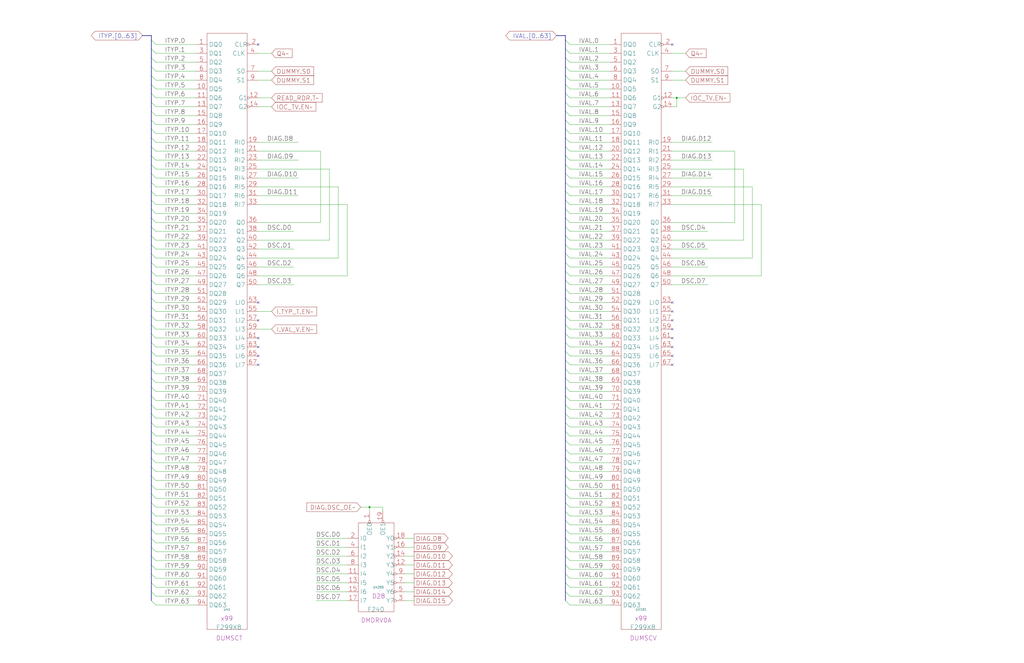
<source format=kicad_sch>
(kicad_sch (version 20230121) (generator eeschema)
  (paper "User" 584.2 378.46)
  (title_block (title "DUMMY RDR\\nTYPE") (date "22-SEP-90") (rev "2.0") (comment 1 "IOC") (comment 2 "232-003061") (comment 3 "S400") (comment 4 "RELEASED"))
  (lib_symbols
    (symbol "r1000:F240" (pin_names (offset 1.016))
      (property "Reference" "U" (at 2.54 5.08 0))
      (property "Value" "F240" (at -3.81 -7.62 0))
      (property "Location" "___" (at -1.27 0 0))
      (property "Name" "______" (at 1.27 -15.24 0))
      (symbol "F240_1_1"
        (rectangle (start -8.89 41.91) (end 11.43 -8.89))
        (circle (center -2.54 42.545) (radius 0.635))
        (circle (center 5.08 42.545) (radius 0.635))
        (circle (center 12.065 -2.54) (radius 0.635))
        (circle (center 12.065 2.54) (radius 0.635))
        (circle (center 12.065 7.62) (radius 0.635))
        (circle (center 12.065 12.7) (radius 0.635))
        (circle (center 12.065 17.78) (radius 0.635))
        (circle (center 12.065 22.86) (radius 0.635))
        (circle (center 12.065 27.94) (radius 0.635))
        (circle (center 12.065 33.02) (radius 0.635))
        (pin input line (at -2.54 48.26 270) (length 5.08) (name "OE0") (number "1"))
        (pin input line (at -15.24 12.7 0) (length 6.35) (name "I4") (number "11"))
        (pin tri_state line (at 17.78 17.78 180) (length 5.08) (name "Y3") (number "12"))
        (pin input line (at -15.24 7.62 0) (length 6.35) (name "I5") (number "13"))
        (pin tri_state line (at 17.78 22.86 180) (length 5.08) (name "Y2") (number "14"))
        (pin input line (at -15.24 2.54 0) (length 6.35) (name "I6") (number "15"))
        (pin tri_state line (at 17.78 27.94 180) (length 5.08) (name "Y1") (number "16"))
        (pin input line (at -15.24 -2.54 0) (length 6.35) (name "I7") (number "17"))
        (pin tri_state line (at 17.78 33.02 180) (length 5.08) (name "Y0") (number "18"))
        (pin input line (at 5.08 48.26 270) (length 5.08) (name "OE1") (number "19"))
        (pin input line (at -15.24 33.02 0) (length 6.35) (name "I0") (number "2"))
        (pin tri_state line (at 17.78 -2.54 180) (length 5.08) (name "Y7") (number "3"))
        (pin input line (at -15.24 27.94 0) (length 6.35) (name "I1") (number "4"))
        (pin tri_state line (at 17.78 2.54 180) (length 5.08) (name "Y6") (number "5"))
        (pin input line (at -15.24 22.86 0) (length 6.35) (name "I2") (number "6"))
        (pin tri_state line (at 17.78 7.62 180) (length 5.08) (name "Y5") (number "7"))
        (pin input line (at -15.24 17.78 0) (length 6.35) (name "I3") (number "8"))
        (pin tri_state line (at 17.78 12.7 180) (length 5.08) (name "Y4") (number "9"))
      )
    )
    (symbol "r1000:F299X8" (pin_names (offset 1.016))
      (property "Reference" "U" (at 2.54 5.08 0))
      (property "Value" "F299X8" (at -3.81 -5.08 0))
      (property "Location" "___" (at -1.27 0 0))
      (property "Name" "______" (at 3.81 -12.7 0))
      (symbol "F299X8_1_1"
        (rectangle (start -8.89 334.01) (end 13.97 -6.35))
        (circle (center 14.605 292.1) (radius 0.635))
        (circle (center 14.605 297.18) (radius 0.635))
        (circle (center 14.605 327.66) (radius 0.635))
        (pin bidirectional line (at -15.24 327.66 0) (length 6.35) (name "DQ0") (number "1"))
        (pin bidirectional line (at -15.24 302.26 0) (length 6.35) (name "DQ5") (number "10"))
        (pin bidirectional line (at -15.24 297.18 0) (length 6.35) (name "DQ6") (number "11"))
        (pin input line (at 20.32 297.18 180) (length 5.08) (name "G1") (number "12"))
        (pin bidirectional line (at -15.24 292.1 0) (length 6.35) (name "DQ7") (number "13"))
        (pin input line (at 20.32 292.1 180) (length 5.08) (name "G2") (number "14"))
        (pin bidirectional line (at -15.24 287.02 0) (length 6.35) (name "DQ8") (number "15"))
        (pin bidirectional line (at -15.24 281.94 0) (length 6.35) (name "DQ9") (number "16"))
        (pin bidirectional line (at -15.24 276.86 0) (length 6.35) (name "DQ10") (number "17"))
        (pin bidirectional line (at -15.24 271.78 0) (length 6.35) (name "DQ11") (number "18"))
        (pin input line (at 20.32 271.78 180) (length 6.35) (name "RI0") (number "19"))
        (pin input line (at 20.32 327.66 180) (length 5.08) (name "CLR") (number "2"))
        (pin bidirectional line (at -15.24 266.7 0) (length 6.35) (name "DQ12") (number "20"))
        (pin input line (at 20.32 266.7 180) (length 6.35) (name "RI1") (number "21"))
        (pin bidirectional line (at -15.24 261.62 0) (length 6.35) (name "DQ13") (number "22"))
        (pin input line (at 20.32 261.62 180) (length 6.35) (name "RI2") (number "23"))
        (pin bidirectional line (at -15.24 256.54 0) (length 6.35) (name "DQ14") (number "24"))
        (pin input line (at 20.32 256.54 180) (length 6.35) (name "RI3") (number "25"))
        (pin bidirectional line (at -15.24 251.46 0) (length 6.35) (name "DQ15") (number "26"))
        (pin input line (at 20.32 251.46 180) (length 6.35) (name "RI4") (number "27"))
        (pin bidirectional line (at -15.24 246.38 0) (length 6.35) (name "DQ16") (number "28"))
        (pin input line (at 20.32 246.38 180) (length 6.35) (name "RI5") (number "29"))
        (pin bidirectional line (at -15.24 322.58 0) (length 6.35) (name "DQ1") (number "3"))
        (pin bidirectional line (at -15.24 241.3 0) (length 6.35) (name "DQ17") (number "30"))
        (pin input line (at 20.32 241.3 180) (length 6.35) (name "RI6") (number "31"))
        (pin bidirectional line (at -15.24 236.22 0) (length 6.35) (name "DQ18") (number "32"))
        (pin input line (at 20.32 236.22 180) (length 6.35) (name "RI7") (number "33"))
        (pin bidirectional line (at -15.24 231.14 0) (length 6.35) (name "DQ19") (number "34"))
        (pin bidirectional line (at -15.24 226.06 0) (length 6.35) (name "DQ20") (number "35"))
        (pin output line (at 20.32 226.06 180) (length 6.35) (name "Q0") (number "36"))
        (pin bidirectional line (at -15.24 220.98 0) (length 6.35) (name "DQ21") (number "37"))
        (pin output line (at 20.32 220.98 180) (length 6.35) (name "Q1") (number "38"))
        (pin bidirectional line (at -15.24 215.9 0) (length 6.35) (name "DQ22") (number "39"))
        (pin input line (at 20.32 322.58 180) (length 6.35) (name "CLK") (number "4"))
        (pin output line (at 20.32 215.9 180) (length 6.35) (name "Q2") (number "40"))
        (pin bidirectional line (at -15.24 210.82 0) (length 6.35) (name "DQ23") (number "41"))
        (pin output line (at 20.32 210.82 180) (length 6.35) (name "Q3") (number "42"))
        (pin bidirectional line (at -15.24 205.74 0) (length 6.35) (name "DQ24") (number "43"))
        (pin output line (at 20.32 205.74 180) (length 6.35) (name "Q4") (number "44"))
        (pin bidirectional line (at -15.24 200.66 0) (length 6.35) (name "DQ25") (number "45"))
        (pin output line (at 20.32 200.66 180) (length 6.35) (name "Q5") (number "46"))
        (pin bidirectional line (at -15.24 195.58 0) (length 6.35) (name "DQ26") (number "47"))
        (pin output line (at 20.32 195.58 180) (length 6.35) (name "Q6") (number "48"))
        (pin bidirectional line (at -15.24 190.5 0) (length 6.35) (name "DQ27") (number "49"))
        (pin bidirectional line (at -15.24 317.5 0) (length 6.35) (name "DQ2") (number "5"))
        (pin output line (at 20.32 190.5 180) (length 6.35) (name "Q7") (number "50"))
        (pin bidirectional line (at -15.24 185.42 0) (length 6.35) (name "DQ28") (number "51"))
        (pin bidirectional line (at -15.24 180.34 0) (length 6.35) (name "DQ29") (number "52"))
        (pin input line (at 20.32 180.34 180) (length 6.35) (name "LI0") (number "53"))
        (pin bidirectional line (at -15.24 175.26 0) (length 6.35) (name "DQ30") (number "54"))
        (pin input line (at 20.32 175.26 180) (length 6.35) (name "LI1") (number "55"))
        (pin bidirectional line (at -15.24 170.18 0) (length 6.35) (name "DQ31") (number "56"))
        (pin input line (at 20.32 170.18 180) (length 6.35) (name "LI2") (number "57"))
        (pin bidirectional line (at -15.24 165.1 0) (length 6.35) (name "DQ32") (number "58"))
        (pin input line (at 20.32 165.1 180) (length 6.35) (name "LI3") (number "59"))
        (pin bidirectional line (at -15.24 312.42 0) (length 6.35) (name "DQ3") (number "6"))
        (pin bidirectional line (at -15.24 160.02 0) (length 6.35) (name "DQ33") (number "60"))
        (pin input line (at 20.32 160.02 180) (length 6.35) (name "LI4") (number "61"))
        (pin bidirectional line (at -15.24 154.94 0) (length 6.35) (name "DQ34") (number "62"))
        (pin input line (at 20.32 154.94 180) (length 6.35) (name "LI5") (number "63"))
        (pin bidirectional line (at -15.24 149.86 0) (length 6.35) (name "DQ35") (number "64"))
        (pin input line (at 20.32 149.86 180) (length 6.35) (name "LI6") (number "65"))
        (pin bidirectional line (at -15.24 144.78 0) (length 6.35) (name "DQ36") (number "66"))
        (pin input line (at 20.32 144.78 180) (length 6.35) (name "LI7") (number "67"))
        (pin bidirectional line (at -15.24 139.7 0) (length 6.35) (name "DQ37") (number "68"))
        (pin bidirectional line (at -15.24 134.62 0) (length 6.35) (name "DQ38") (number "69"))
        (pin input line (at 20.32 312.42 180) (length 6.35) (name "S0") (number "7"))
        (pin bidirectional line (at -15.24 129.54 0) (length 6.35) (name "DQ39") (number "70"))
        (pin bidirectional line (at -15.24 124.46 0) (length 6.35) (name "DQ40") (number "71"))
        (pin bidirectional line (at -15.24 119.38 0) (length 6.35) (name "DQ41") (number "72"))
        (pin bidirectional line (at -15.24 114.3 0) (length 6.35) (name "DQ42") (number "73"))
        (pin bidirectional line (at -15.24 109.22 0) (length 6.35) (name "DQ43") (number "74"))
        (pin bidirectional line (at -15.24 104.14 0) (length 6.35) (name "DQ44") (number "75"))
        (pin bidirectional line (at -15.24 99.06 0) (length 6.35) (name "DQ45") (number "76"))
        (pin bidirectional line (at -15.24 93.98 0) (length 6.35) (name "DQ46") (number "77"))
        (pin bidirectional line (at -15.24 88.9 0) (length 6.35) (name "DQ47") (number "78"))
        (pin bidirectional line (at -15.24 83.82 0) (length 6.35) (name "DQ48") (number "79"))
        (pin bidirectional line (at -15.24 307.34 0) (length 6.35) (name "DQ4") (number "8"))
        (pin bidirectional line (at -15.24 78.74 0) (length 6.35) (name "DQ49") (number "80"))
        (pin bidirectional line (at -15.24 73.66 0) (length 6.35) (name "DQ50") (number "81"))
        (pin bidirectional line (at -15.24 68.58 0) (length 6.35) (name "DQ51") (number "82"))
        (pin bidirectional line (at -15.24 63.5 0) (length 6.35) (name "DQ52") (number "83"))
        (pin bidirectional line (at -15.24 58.42 0) (length 6.35) (name "DQ53") (number "84"))
        (pin bidirectional line (at -15.24 53.34 0) (length 6.35) (name "DQ54") (number "85"))
        (pin bidirectional line (at -15.24 48.26 0) (length 6.35) (name "DQ55") (number "86"))
        (pin bidirectional line (at -15.24 43.18 0) (length 6.35) (name "DQ56") (number "87"))
        (pin bidirectional line (at -15.24 38.1 0) (length 6.35) (name "DQ57") (number "88"))
        (pin bidirectional line (at -15.24 33.02 0) (length 6.35) (name "DQ58") (number "89"))
        (pin input line (at 20.32 307.34 180) (length 6.35) (name "S1") (number "9"))
        (pin bidirectional line (at -15.24 27.94 0) (length 6.35) (name "DQ59") (number "90"))
        (pin bidirectional line (at -15.24 22.86 0) (length 6.35) (name "DQ60") (number "91"))
        (pin bidirectional line (at -15.24 17.78 0) (length 6.35) (name "DQ61") (number "92"))
        (pin bidirectional line (at -15.24 12.7 0) (length 6.35) (name "DQ62") (number "93"))
        (pin bidirectional line (at -15.24 7.62 0) (length 6.35) (name "DQ63") (number "94"))
      )
    )
  )
  (junction (at 386.08 55.88))
  (junction (at 210.82 289.56))
  (no_connect (at 383.54 187.96))
  (no_connect (at 147.32 193.04))
  (no_connect (at 147.32 25.4))
  (no_connect (at 147.32 198.12))
  (no_connect (at 383.54 182.88))
  (no_connect (at 147.32 172.72))
  (no_connect (at 383.54 198.12))
  (no_connect (at 383.54 172.72))
  (no_connect (at 147.32 208.28))
  (no_connect (at 147.32 182.88))
  (no_connect (at 147.32 203.2))
  (no_connect (at 383.54 193.04))
  (no_connect (at 383.54 177.8))
  (no_connect (at 383.54 203.2))
  (no_connect (at 383.54 25.4))
  (no_connect (at 383.54 208.28))
  (bus_entry (at 86.36 83.82) (size 2.54 2.54))
  (bus_entry (at 86.36 38.1) (size 2.54 2.54))
  (bus_entry (at 322.58 246.38) (size 2.54 2.54))
  (bus_entry (at 86.36 129.54) (size 2.54 2.54))
  (bus_entry (at 86.36 251.46) (size 2.54 2.54))
  (bus_entry (at 86.36 297.18) (size 2.54 2.54))
  (bus_entry (at 322.58 327.66) (size 2.54 2.54))
  (bus_entry (at 86.36 195.58) (size 2.54 2.54))
  (bus_entry (at 86.36 134.62) (size 2.54 2.54))
  (bus_entry (at 322.58 129.54) (size 2.54 2.54))
  (bus_entry (at 322.58 322.58) (size 2.54 2.54))
  (bus_entry (at 322.58 180.34) (size 2.54 2.54))
  (bus_entry (at 322.58 99.06) (size 2.54 2.54))
  (bus_entry (at 86.36 48.26) (size 2.54 2.54))
  (bus_entry (at 86.36 190.5) (size 2.54 2.54))
  (bus_entry (at 322.58 78.74) (size 2.54 2.54))
  (bus_entry (at 322.58 53.34) (size 2.54 2.54))
  (bus_entry (at 322.58 261.62) (size 2.54 2.54))
  (bus_entry (at 322.58 104.14) (size 2.54 2.54))
  (bus_entry (at 322.58 332.74) (size 2.54 2.54))
  (bus_entry (at 322.58 200.66) (size 2.54 2.54))
  (bus_entry (at 322.58 170.18) (size 2.54 2.54))
  (bus_entry (at 86.36 22.86) (size 2.54 2.54))
  (bus_entry (at 322.58 119.38) (size 2.54 2.54))
  (bus_entry (at 86.36 200.66) (size 2.54 2.54))
  (bus_entry (at 322.58 220.98) (size 2.54 2.54))
  (bus_entry (at 86.36 93.98) (size 2.54 2.54))
  (bus_entry (at 322.58 88.9) (size 2.54 2.54))
  (bus_entry (at 86.36 266.7) (size 2.54 2.54))
  (bus_entry (at 322.58 215.9) (size 2.54 2.54))
  (bus_entry (at 86.36 337.82) (size 2.54 2.54))
  (bus_entry (at 322.58 134.62) (size 2.54 2.54))
  (bus_entry (at 86.36 139.7) (size 2.54 2.54))
  (bus_entry (at 322.58 114.3) (size 2.54 2.54))
  (bus_entry (at 86.36 246.38) (size 2.54 2.54))
  (bus_entry (at 322.58 342.9) (size 2.54 2.54))
  (bus_entry (at 86.36 185.42) (size 2.54 2.54))
  (bus_entry (at 86.36 271.78) (size 2.54 2.54))
  (bus_entry (at 322.58 231.14) (size 2.54 2.54))
  (bus_entry (at 86.36 276.86) (size 2.54 2.54))
  (bus_entry (at 322.58 276.86) (size 2.54 2.54))
  (bus_entry (at 322.58 190.5) (size 2.54 2.54))
  (bus_entry (at 322.58 38.1) (size 2.54 2.54))
  (bus_entry (at 322.58 154.94) (size 2.54 2.54))
  (bus_entry (at 86.36 332.74) (size 2.54 2.54))
  (bus_entry (at 322.58 205.74) (size 2.54 2.54))
  (bus_entry (at 86.36 144.78) (size 2.54 2.54))
  (bus_entry (at 86.36 73.66) (size 2.54 2.54))
  (bus_entry (at 86.36 78.74) (size 2.54 2.54))
  (bus_entry (at 86.36 312.42) (size 2.54 2.54))
  (bus_entry (at 322.58 312.42) (size 2.54 2.54))
  (bus_entry (at 322.58 139.7) (size 2.54 2.54))
  (bus_entry (at 322.58 185.42) (size 2.54 2.54))
  (bus_entry (at 322.58 281.94) (size 2.54 2.54))
  (bus_entry (at 86.36 149.86) (size 2.54 2.54))
  (bus_entry (at 86.36 63.5) (size 2.54 2.54))
  (bus_entry (at 322.58 124.46) (size 2.54 2.54))
  (bus_entry (at 86.36 205.74) (size 2.54 2.54))
  (bus_entry (at 86.36 220.98) (size 2.54 2.54))
  (bus_entry (at 86.36 119.38) (size 2.54 2.54))
  (bus_entry (at 86.36 281.94) (size 2.54 2.54))
  (bus_entry (at 322.58 317.5) (size 2.54 2.54))
  (bus_entry (at 86.36 104.14) (size 2.54 2.54))
  (bus_entry (at 86.36 58.42) (size 2.54 2.54))
  (bus_entry (at 322.58 307.34) (size 2.54 2.54))
  (bus_entry (at 322.58 58.42) (size 2.54 2.54))
  (bus_entry (at 86.36 160.02) (size 2.54 2.54))
  (bus_entry (at 86.36 231.14) (size 2.54 2.54))
  (bus_entry (at 322.58 33.02) (size 2.54 2.54))
  (bus_entry (at 86.36 287.02) (size 2.54 2.54))
  (bus_entry (at 322.58 160.02) (size 2.54 2.54))
  (bus_entry (at 86.36 165.1) (size 2.54 2.54))
  (bus_entry (at 322.58 271.78) (size 2.54 2.54))
  (bus_entry (at 86.36 27.94) (size 2.54 2.54))
  (bus_entry (at 86.36 327.66) (size 2.54 2.54))
  (bus_entry (at 322.58 165.1) (size 2.54 2.54))
  (bus_entry (at 322.58 144.78) (size 2.54 2.54))
  (bus_entry (at 322.58 63.5) (size 2.54 2.54))
  (bus_entry (at 322.58 83.82) (size 2.54 2.54))
  (bus_entry (at 86.36 210.82) (size 2.54 2.54))
  (bus_entry (at 86.36 241.3) (size 2.54 2.54))
  (bus_entry (at 322.58 195.58) (size 2.54 2.54))
  (bus_entry (at 322.58 292.1) (size 2.54 2.54))
  (bus_entry (at 86.36 33.02) (size 2.54 2.54))
  (bus_entry (at 322.58 287.02) (size 2.54 2.54))
  (bus_entry (at 322.58 68.58) (size 2.54 2.54))
  (bus_entry (at 86.36 317.5) (size 2.54 2.54))
  (bus_entry (at 86.36 109.22) (size 2.54 2.54))
  (bus_entry (at 86.36 261.62) (size 2.54 2.54))
  (bus_entry (at 322.58 48.26) (size 2.54 2.54))
  (bus_entry (at 86.36 342.9) (size 2.54 2.54))
  (bus_entry (at 322.58 210.82) (size 2.54 2.54))
  (bus_entry (at 322.58 175.26) (size 2.54 2.54))
  (bus_entry (at 86.36 68.58) (size 2.54 2.54))
  (bus_entry (at 86.36 170.18) (size 2.54 2.54))
  (bus_entry (at 322.58 93.98) (size 2.54 2.54))
  (bus_entry (at 322.58 73.66) (size 2.54 2.54))
  (bus_entry (at 86.36 226.06) (size 2.54 2.54))
  (bus_entry (at 322.58 22.86) (size 2.54 2.54))
  (bus_entry (at 322.58 251.46) (size 2.54 2.54))
  (bus_entry (at 322.58 302.26) (size 2.54 2.54))
  (bus_entry (at 322.58 241.3) (size 2.54 2.54))
  (bus_entry (at 322.58 266.7) (size 2.54 2.54))
  (bus_entry (at 86.36 302.26) (size 2.54 2.54))
  (bus_entry (at 86.36 53.34) (size 2.54 2.54))
  (bus_entry (at 322.58 27.94) (size 2.54 2.54))
  (bus_entry (at 86.36 307.34) (size 2.54 2.54))
  (bus_entry (at 86.36 256.54) (size 2.54 2.54))
  (bus_entry (at 86.36 88.9) (size 2.54 2.54))
  (bus_entry (at 322.58 109.22) (size 2.54 2.54))
  (bus_entry (at 322.58 256.54) (size 2.54 2.54))
  (bus_entry (at 86.36 180.34) (size 2.54 2.54))
  (bus_entry (at 86.36 236.22) (size 2.54 2.54))
  (bus_entry (at 86.36 124.46) (size 2.54 2.54))
  (bus_entry (at 86.36 175.26) (size 2.54 2.54))
  (bus_entry (at 86.36 154.94) (size 2.54 2.54))
  (bus_entry (at 86.36 215.9) (size 2.54 2.54))
  (bus_entry (at 86.36 43.18) (size 2.54 2.54))
  (bus_entry (at 86.36 114.3) (size 2.54 2.54))
  (bus_entry (at 86.36 322.58) (size 2.54 2.54))
  (bus_entry (at 322.58 43.18) (size 2.54 2.54))
  (bus_entry (at 86.36 99.06) (size 2.54 2.54))
  (bus_entry (at 322.58 149.86) (size 2.54 2.54))
  (bus_entry (at 322.58 297.18) (size 2.54 2.54))
  (bus_entry (at 322.58 226.06) (size 2.54 2.54))
  (bus_entry (at 322.58 236.22) (size 2.54 2.54))
  (bus_entry (at 86.36 292.1) (size 2.54 2.54))
  (bus_entry (at 322.58 337.82) (size 2.54 2.54))
  (bus (pts (xy 322.58 322.58) (xy 322.58 327.66)))
  (wire (pts (xy 180.34 317.5) (xy 198.12 317.5)))
  (wire (pts (xy 325.12 330.2) (xy 347.98 330.2)))
  (wire (pts (xy 325.12 71.12) (xy 347.98 71.12)))
  (wire (pts (xy 88.9 86.36) (xy 111.76 86.36)))
  (bus (pts (xy 86.36 281.94) (xy 86.36 287.02)))
  (wire (pts (xy 325.12 162.56) (xy 347.98 162.56)))
  (wire (pts (xy 147.32 81.28) (xy 170.18 81.28)))
  (wire (pts (xy 88.9 259.08) (xy 111.76 259.08)))
  (bus (pts (xy 322.58 307.34) (xy 322.58 312.42)))
  (wire (pts (xy 147.32 142.24) (xy 167.64 142.24)))
  (wire (pts (xy 147.32 101.6) (xy 170.18 101.6)))
  (bus (pts (xy 86.36 83.82) (xy 86.36 88.9)))
  (bus (pts (xy 322.58 281.94) (xy 322.58 287.02)))
  (wire (pts (xy 231.14 337.82) (xy 236.22 337.82)))
  (wire (pts (xy 210.82 289.56) (xy 210.82 292.1)))
  (wire (pts (xy 325.12 233.68) (xy 347.98 233.68)))
  (bus (pts (xy 322.58 119.38) (xy 322.58 124.46)))
  (bus (pts (xy 322.58 302.26) (xy 322.58 307.34)))
  (wire (pts (xy 180.34 327.66) (xy 198.12 327.66)))
  (bus (pts (xy 86.36 78.74) (xy 86.36 83.82)))
  (wire (pts (xy 325.12 269.24) (xy 347.98 269.24)))
  (bus (pts (xy 86.36 332.74) (xy 86.36 337.82)))
  (wire (pts (xy 434.34 116.84) (xy 383.54 116.84)))
  (bus (pts (xy 86.36 271.78) (xy 86.36 276.86)))
  (wire (pts (xy 325.12 193.04) (xy 347.98 193.04)))
  (wire (pts (xy 180.34 312.42) (xy 198.12 312.42)))
  (wire (pts (xy 325.12 198.12) (xy 347.98 198.12)))
  (bus (pts (xy 322.58 292.1) (xy 322.58 297.18)))
  (wire (pts (xy 88.9 208.28) (xy 111.76 208.28)))
  (wire (pts (xy 383.54 127) (xy 419.1 127)))
  (bus (pts (xy 86.36 144.78) (xy 86.36 149.86)))
  (wire (pts (xy 182.88 127) (xy 182.88 86.36)))
  (wire (pts (xy 383.54 142.24) (xy 403.86 142.24)))
  (wire (pts (xy 386.08 55.88) (xy 386.08 60.96)))
  (wire (pts (xy 147.32 187.96) (xy 154.94 187.96)))
  (wire (pts (xy 88.9 198.12) (xy 111.76 198.12)))
  (wire (pts (xy 180.34 332.74) (xy 198.12 332.74)))
  (bus (pts (xy 322.58 109.22) (xy 322.58 114.3)))
  (bus (pts (xy 322.58 170.18) (xy 322.58 175.26)))
  (wire (pts (xy 325.12 25.4) (xy 347.98 25.4)))
  (wire (pts (xy 147.32 162.56) (xy 167.64 162.56)))
  (wire (pts (xy 231.14 322.58) (xy 236.22 322.58)))
  (bus (pts (xy 86.36 236.22) (xy 86.36 241.3)))
  (wire (pts (xy 325.12 335.28) (xy 347.98 335.28)))
  (bus (pts (xy 86.36 134.62) (xy 86.36 139.7)))
  (bus (pts (xy 86.36 246.38) (xy 86.36 251.46)))
  (bus (pts (xy 86.36 266.7) (xy 86.36 271.78)))
  (bus (pts (xy 322.58 22.86) (xy 322.58 20.32)))
  (bus (pts (xy 86.36 88.9) (xy 86.36 93.98)))
  (wire (pts (xy 325.12 50.8) (xy 347.98 50.8)))
  (wire (pts (xy 325.12 55.88) (xy 347.98 55.88)))
  (bus (pts (xy 86.36 322.58) (xy 86.36 327.66)))
  (wire (pts (xy 325.12 203.2) (xy 347.98 203.2)))
  (wire (pts (xy 147.32 86.36) (xy 182.88 86.36)))
  (wire (pts (xy 88.9 238.76) (xy 111.76 238.76)))
  (bus (pts (xy 86.36 210.82) (xy 86.36 215.9)))
  (wire (pts (xy 325.12 116.84) (xy 347.98 116.84)))
  (wire (pts (xy 88.9 309.88) (xy 111.76 309.88)))
  (wire (pts (xy 383.54 60.96) (xy 386.08 60.96)))
  (wire (pts (xy 88.9 320.04) (xy 111.76 320.04)))
  (wire (pts (xy 88.9 228.6) (xy 111.76 228.6)))
  (wire (pts (xy 325.12 121.92) (xy 347.98 121.92)))
  (bus (pts (xy 86.36 165.1) (xy 86.36 170.18)))
  (wire (pts (xy 383.54 30.48) (xy 391.16 30.48)))
  (bus (pts (xy 86.36 287.02) (xy 86.36 292.1)))
  (wire (pts (xy 325.12 299.72) (xy 347.98 299.72)))
  (wire (pts (xy 88.9 106.68) (xy 111.76 106.68)))
  (bus (pts (xy 86.36 292.1) (xy 86.36 297.18)))
  (bus (pts (xy 322.58 58.42) (xy 322.58 63.5)))
  (wire (pts (xy 325.12 45.72) (xy 347.98 45.72)))
  (wire (pts (xy 325.12 106.68) (xy 347.98 106.68)))
  (wire (pts (xy 231.14 342.9) (xy 236.22 342.9)))
  (wire (pts (xy 325.12 172.72) (xy 347.98 172.72)))
  (wire (pts (xy 88.9 55.88) (xy 111.76 55.88)))
  (bus (pts (xy 86.36 185.42) (xy 86.36 190.5)))
  (wire (pts (xy 325.12 208.28) (xy 347.98 208.28)))
  (bus (pts (xy 86.36 261.62) (xy 86.36 266.7)))
  (wire (pts (xy 325.12 111.76) (xy 347.98 111.76)))
  (wire (pts (xy 325.12 142.24) (xy 347.98 142.24)))
  (wire (pts (xy 88.9 218.44) (xy 111.76 218.44)))
  (bus (pts (xy 86.36 251.46) (xy 86.36 256.54)))
  (bus (pts (xy 322.58 261.62) (xy 322.58 266.7)))
  (wire (pts (xy 88.9 25.4) (xy 111.76 25.4)))
  (wire (pts (xy 231.14 307.34) (xy 236.22 307.34)))
  (bus (pts (xy 86.36 241.3) (xy 86.36 246.38)))
  (wire (pts (xy 147.32 152.4) (xy 167.64 152.4)))
  (wire (pts (xy 147.32 132.08) (xy 167.64 132.08)))
  (bus (pts (xy 322.58 99.06) (xy 322.58 104.14)))
  (wire (pts (xy 88.9 162.56) (xy 111.76 162.56)))
  (wire (pts (xy 88.9 35.56) (xy 111.76 35.56)))
  (wire (pts (xy 88.9 233.68) (xy 111.76 233.68)))
  (wire (pts (xy 147.32 30.48) (xy 154.94 30.48)))
  (wire (pts (xy 88.9 167.64) (xy 111.76 167.64)))
  (bus (pts (xy 322.58 73.66) (xy 322.58 78.74)))
  (wire (pts (xy 88.9 243.84) (xy 111.76 243.84)))
  (wire (pts (xy 231.14 317.5) (xy 236.22 317.5)))
  (wire (pts (xy 325.12 60.96) (xy 347.98 60.96)))
  (bus (pts (xy 322.58 312.42) (xy 322.58 317.5)))
  (wire (pts (xy 88.9 284.48) (xy 111.76 284.48)))
  (bus (pts (xy 322.58 43.18) (xy 322.58 48.26)))
  (bus (pts (xy 322.58 190.5) (xy 322.58 195.58)))
  (wire (pts (xy 325.12 127) (xy 347.98 127)))
  (wire (pts (xy 424.18 137.16) (xy 424.18 96.52)))
  (wire (pts (xy 231.14 332.74) (xy 236.22 332.74)))
  (wire (pts (xy 325.12 35.56) (xy 347.98 35.56)))
  (bus (pts (xy 322.58 144.78) (xy 322.58 149.86)))
  (wire (pts (xy 231.14 312.42) (xy 236.22 312.42)))
  (wire (pts (xy 180.34 307.34) (xy 198.12 307.34)))
  (bus (pts (xy 322.58 53.34) (xy 322.58 58.42)))
  (wire (pts (xy 325.12 284.48) (xy 347.98 284.48)))
  (wire (pts (xy 325.12 254) (xy 347.98 254)))
  (wire (pts (xy 383.54 137.16) (xy 424.18 137.16)))
  (bus (pts (xy 322.58 124.46) (xy 322.58 129.54)))
  (wire (pts (xy 325.12 147.32) (xy 347.98 147.32)))
  (wire (pts (xy 325.12 66.04) (xy 347.98 66.04)))
  (bus (pts (xy 86.36 99.06) (xy 86.36 104.14)))
  (bus (pts (xy 322.58 63.5) (xy 322.58 68.58)))
  (wire (pts (xy 325.12 294.64) (xy 347.98 294.64)))
  (bus (pts (xy 322.58 297.18) (xy 322.58 302.26)))
  (bus (pts (xy 322.58 129.54) (xy 322.58 134.62)))
  (wire (pts (xy 88.9 111.76) (xy 111.76 111.76)))
  (wire (pts (xy 88.9 304.8) (xy 111.76 304.8)))
  (wire (pts (xy 383.54 81.28) (xy 406.4 81.28)))
  (wire (pts (xy 325.12 264.16) (xy 347.98 264.16)))
  (wire (pts (xy 325.12 304.8) (xy 347.98 304.8)))
  (wire (pts (xy 383.54 101.6) (xy 406.4 101.6)))
  (bus (pts (xy 86.36 68.58) (xy 86.36 73.66)))
  (bus (pts (xy 322.58 175.26) (xy 322.58 180.34)))
  (bus (pts (xy 86.36 205.74) (xy 86.36 210.82)))
  (bus (pts (xy 86.36 53.34) (xy 86.36 58.42)))
  (bus (pts (xy 86.36 180.34) (xy 86.36 185.42)))
  (wire (pts (xy 88.9 203.2) (xy 111.76 203.2)))
  (wire (pts (xy 325.12 238.76) (xy 347.98 238.76)))
  (bus (pts (xy 86.36 27.94) (xy 86.36 33.02)))
  (wire (pts (xy 383.54 147.32) (xy 429.26 147.32)))
  (bus (pts (xy 86.36 149.86) (xy 86.36 154.94)))
  (bus (pts (xy 86.36 48.26) (xy 86.36 53.34)))
  (bus (pts (xy 322.58 114.3) (xy 322.58 119.38)))
  (wire (pts (xy 198.12 157.48) (xy 198.12 116.84)))
  (wire (pts (xy 88.9 101.6) (xy 111.76 101.6)))
  (wire (pts (xy 147.32 40.64) (xy 154.94 40.64)))
  (wire (pts (xy 383.54 162.56) (xy 403.86 162.56)))
  (wire (pts (xy 383.54 106.68) (xy 429.26 106.68)))
  (bus (pts (xy 86.36 302.26) (xy 86.36 307.34)))
  (wire (pts (xy 147.32 157.48) (xy 198.12 157.48)))
  (wire (pts (xy 325.12 223.52) (xy 347.98 223.52)))
  (bus (pts (xy 322.58 205.74) (xy 322.58 210.82)))
  (wire (pts (xy 325.12 81.28) (xy 347.98 81.28)))
  (wire (pts (xy 88.9 325.12) (xy 111.76 325.12)))
  (wire (pts (xy 325.12 345.44) (xy 347.98 345.44)))
  (wire (pts (xy 88.9 213.36) (xy 111.76 213.36)))
  (wire (pts (xy 383.54 86.36) (xy 419.1 86.36)))
  (wire (pts (xy 88.9 142.24) (xy 111.76 142.24)))
  (wire (pts (xy 88.9 121.92) (xy 111.76 121.92)))
  (wire (pts (xy 325.12 228.6) (xy 347.98 228.6)))
  (bus (pts (xy 86.36 109.22) (xy 86.36 114.3)))
  (bus (pts (xy 86.36 220.98) (xy 86.36 226.06)))
  (bus (pts (xy 322.58 160.02) (xy 322.58 165.1)))
  (bus (pts (xy 86.36 312.42) (xy 86.36 317.5)))
  (bus (pts (xy 86.36 38.1) (xy 86.36 43.18)))
  (wire (pts (xy 88.9 30.48) (xy 111.76 30.48)))
  (wire (pts (xy 325.12 86.36) (xy 347.98 86.36)))
  (wire (pts (xy 88.9 223.52) (xy 111.76 223.52)))
  (bus (pts (xy 322.58 287.02) (xy 322.58 292.1)))
  (wire (pts (xy 210.82 289.56) (xy 218.44 289.56)))
  (bus (pts (xy 322.58 276.86) (xy 322.58 281.94)))
  (wire (pts (xy 325.12 101.6) (xy 347.98 101.6)))
  (wire (pts (xy 325.12 340.36) (xy 347.98 340.36)))
  (wire (pts (xy 88.9 330.2) (xy 111.76 330.2)))
  (wire (pts (xy 147.32 55.88) (xy 154.94 55.88)))
  (bus (pts (xy 322.58 337.82) (xy 322.58 342.9)))
  (wire (pts (xy 325.12 182.88) (xy 347.98 182.88)))
  (wire (pts (xy 325.12 309.88) (xy 347.98 309.88)))
  (bus (pts (xy 322.58 104.14) (xy 322.58 109.22)))
  (wire (pts (xy 88.9 269.24) (xy 111.76 269.24)))
  (wire (pts (xy 88.9 264.16) (xy 111.76 264.16)))
  (bus (pts (xy 322.58 332.74) (xy 322.58 337.82)))
  (wire (pts (xy 218.44 289.56) (xy 218.44 292.1)))
  (bus (pts (xy 322.58 83.82) (xy 322.58 88.9)))
  (wire (pts (xy 180.34 337.82) (xy 198.12 337.82)))
  (bus (pts (xy 86.36 190.5) (xy 86.36 195.58)))
  (bus (pts (xy 86.36 114.3) (xy 86.36 119.38)))
  (wire (pts (xy 88.9 289.56) (xy 111.76 289.56)))
  (wire (pts (xy 147.32 91.44) (xy 170.18 91.44)))
  (bus (pts (xy 322.58 215.9) (xy 322.58 220.98)))
  (bus (pts (xy 322.58 226.06) (xy 322.58 231.14)))
  (wire (pts (xy 325.12 213.36) (xy 347.98 213.36)))
  (wire (pts (xy 325.12 325.12) (xy 347.98 325.12)))
  (wire (pts (xy 325.12 30.48) (xy 347.98 30.48)))
  (wire (pts (xy 383.54 132.08) (xy 403.86 132.08)))
  (wire (pts (xy 325.12 177.8) (xy 347.98 177.8)))
  (wire (pts (xy 88.9 248.92) (xy 111.76 248.92)))
  (wire (pts (xy 147.32 147.32) (xy 193.04 147.32)))
  (bus (pts (xy 322.58 165.1) (xy 322.58 170.18)))
  (wire (pts (xy 325.12 76.2) (xy 347.98 76.2)))
  (wire (pts (xy 325.12 243.84) (xy 347.98 243.84)))
  (bus (pts (xy 322.58 27.94) (xy 322.58 33.02)))
  (bus (pts (xy 86.36 337.82) (xy 86.36 342.9)))
  (wire (pts (xy 88.9 116.84) (xy 111.76 116.84)))
  (wire (pts (xy 88.9 345.44) (xy 111.76 345.44)))
  (wire (pts (xy 434.34 157.48) (xy 434.34 116.84)))
  (wire (pts (xy 231.14 327.66) (xy 236.22 327.66)))
  (bus (pts (xy 86.36 129.54) (xy 86.36 134.62)))
  (wire (pts (xy 88.9 193.04) (xy 111.76 193.04)))
  (wire (pts (xy 187.96 137.16) (xy 147.32 137.16)))
  (bus (pts (xy 86.36 63.5) (xy 86.36 68.58)))
  (bus (pts (xy 86.36 154.94) (xy 86.36 160.02)))
  (wire (pts (xy 147.32 96.52) (xy 187.96 96.52)))
  (wire (pts (xy 383.54 157.48) (xy 434.34 157.48)))
  (wire (pts (xy 383.54 152.4) (xy 403.86 152.4)))
  (bus (pts (xy 322.58 220.98) (xy 322.58 226.06)))
  (wire (pts (xy 88.9 274.32) (xy 111.76 274.32)))
  (wire (pts (xy 424.18 96.52) (xy 383.54 96.52)))
  (wire (pts (xy 88.9 172.72) (xy 111.76 172.72)))
  (bus (pts (xy 322.58 149.86) (xy 322.58 154.94)))
  (wire (pts (xy 88.9 187.96) (xy 111.76 187.96)))
  (bus (pts (xy 322.58 134.62) (xy 322.58 139.7)))
  (wire (pts (xy 88.9 71.12) (xy 111.76 71.12)))
  (bus (pts (xy 86.36 200.66) (xy 86.36 205.74)))
  (wire (pts (xy 325.12 259.08) (xy 347.98 259.08)))
  (bus (pts (xy 86.36 307.34) (xy 86.36 312.42)))
  (bus (pts (xy 322.58 236.22) (xy 322.58 241.3)))
  (bus (pts (xy 86.36 119.38) (xy 86.36 124.46)))
  (wire (pts (xy 88.9 137.16) (xy 111.76 137.16)))
  (wire (pts (xy 88.9 157.48) (xy 111.76 157.48)))
  (bus (pts (xy 317.5 20.32) (xy 322.58 20.32)))
  (bus (pts (xy 322.58 200.66) (xy 322.58 205.74)))
  (wire (pts (xy 325.12 218.44) (xy 347.98 218.44)))
  (bus (pts (xy 322.58 48.26) (xy 322.58 53.34)))
  (wire (pts (xy 88.9 66.04) (xy 111.76 66.04)))
  (wire (pts (xy 147.32 60.96) (xy 154.94 60.96)))
  (wire (pts (xy 325.12 157.48) (xy 347.98 157.48)))
  (wire (pts (xy 325.12 320.04) (xy 347.98 320.04)))
  (wire (pts (xy 205.74 289.56) (xy 210.82 289.56)))
  (wire (pts (xy 383.54 91.44) (xy 406.4 91.44)))
  (wire (pts (xy 325.12 314.96) (xy 347.98 314.96)))
  (wire (pts (xy 180.34 322.58) (xy 198.12 322.58)))
  (wire (pts (xy 383.54 40.64) (xy 391.16 40.64)))
  (wire (pts (xy 383.54 45.72) (xy 391.16 45.72)))
  (wire (pts (xy 187.96 96.52) (xy 187.96 137.16)))
  (wire (pts (xy 88.9 132.08) (xy 111.76 132.08)))
  (wire (pts (xy 383.54 55.88) (xy 386.08 55.88)))
  (wire (pts (xy 88.9 299.72) (xy 111.76 299.72)))
  (bus (pts (xy 322.58 78.74) (xy 322.58 83.82)))
  (bus (pts (xy 86.36 297.18) (xy 86.36 302.26)))
  (wire (pts (xy 88.9 147.32) (xy 111.76 147.32)))
  (bus (pts (xy 322.58 195.58) (xy 322.58 200.66)))
  (bus (pts (xy 322.58 327.66) (xy 322.58 332.74)))
  (bus (pts (xy 322.58 246.38) (xy 322.58 251.46)))
  (wire (pts (xy 88.9 76.2) (xy 111.76 76.2)))
  (bus (pts (xy 322.58 185.42) (xy 322.58 190.5)))
  (bus (pts (xy 86.36 327.66) (xy 86.36 332.74)))
  (wire (pts (xy 386.08 55.88) (xy 391.16 55.88)))
  (wire (pts (xy 325.12 40.64) (xy 347.98 40.64)))
  (bus (pts (xy 322.58 180.34) (xy 322.58 185.42)))
  (wire (pts (xy 88.9 60.96) (xy 111.76 60.96)))
  (bus (pts (xy 86.36 58.42) (xy 86.36 63.5)))
  (bus (pts (xy 322.58 317.5) (xy 322.58 322.58)))
  (wire (pts (xy 429.26 106.68) (xy 429.26 147.32)))
  (wire (pts (xy 325.12 152.4) (xy 347.98 152.4)))
  (wire (pts (xy 180.34 342.9) (xy 198.12 342.9)))
  (wire (pts (xy 325.12 279.4) (xy 347.98 279.4)))
  (wire (pts (xy 147.32 45.72) (xy 154.94 45.72)))
  (wire (pts (xy 88.9 279.4) (xy 111.76 279.4)))
  (bus (pts (xy 86.36 43.18) (xy 86.36 48.26)))
  (wire (pts (xy 88.9 81.28) (xy 111.76 81.28)))
  (wire (pts (xy 147.32 111.76) (xy 170.18 111.76)))
  (bus (pts (xy 86.36 231.14) (xy 86.36 236.22)))
  (wire (pts (xy 88.9 91.44) (xy 111.76 91.44)))
  (wire (pts (xy 88.9 40.64) (xy 111.76 40.64)))
  (wire (pts (xy 88.9 254) (xy 111.76 254)))
  (bus (pts (xy 86.36 195.58) (xy 86.36 200.66)))
  (wire (pts (xy 88.9 314.96) (xy 111.76 314.96)))
  (bus (pts (xy 86.36 226.06) (xy 86.36 231.14)))
  (bus (pts (xy 86.36 317.5) (xy 86.36 322.58)))
  (bus (pts (xy 322.58 251.46) (xy 322.58 256.54)))
  (bus (pts (xy 322.58 139.7) (xy 322.58 144.78)))
  (wire (pts (xy 88.9 340.36) (xy 111.76 340.36)))
  (wire (pts (xy 88.9 45.72) (xy 111.76 45.72)))
  (wire (pts (xy 325.12 289.56) (xy 347.98 289.56)))
  (wire (pts (xy 198.12 116.84) (xy 147.32 116.84)))
  (bus (pts (xy 86.36 104.14) (xy 86.36 109.22)))
  (wire (pts (xy 325.12 96.52) (xy 347.98 96.52)))
  (wire (pts (xy 147.32 127) (xy 182.88 127)))
  (wire (pts (xy 88.9 294.64) (xy 111.76 294.64)))
  (wire (pts (xy 325.12 137.16) (xy 347.98 137.16)))
  (bus (pts (xy 322.58 33.02) (xy 322.58 38.1)))
  (wire (pts (xy 325.12 274.32) (xy 347.98 274.32)))
  (bus (pts (xy 86.36 22.86) (xy 86.36 27.94)))
  (bus (pts (xy 322.58 266.7) (xy 322.58 271.78)))
  (wire (pts (xy 325.12 91.44) (xy 347.98 91.44)))
  (wire (pts (xy 88.9 96.52) (xy 111.76 96.52)))
  (wire (pts (xy 193.04 106.68) (xy 193.04 147.32)))
  (bus (pts (xy 322.58 256.54) (xy 322.58 261.62)))
  (bus (pts (xy 322.58 231.14) (xy 322.58 236.22)))
  (bus (pts (xy 86.36 276.86) (xy 86.36 281.94)))
  (bus (pts (xy 86.36 256.54) (xy 86.36 261.62)))
  (wire (pts (xy 88.9 152.4) (xy 111.76 152.4)))
  (wire (pts (xy 88.9 177.8) (xy 111.76 177.8)))
  (bus (pts (xy 81.28 20.32) (xy 86.36 20.32)))
  (wire (pts (xy 325.12 248.92) (xy 347.98 248.92)))
  (bus (pts (xy 86.36 139.7) (xy 86.36 144.78)))
  (wire (pts (xy 147.32 177.8) (xy 154.94 177.8)))
  (wire (pts (xy 88.9 127) (xy 111.76 127)))
  (bus (pts (xy 322.58 88.9) (xy 322.58 93.98)))
  (bus (pts (xy 322.58 68.58) (xy 322.58 73.66)))
  (wire (pts (xy 383.54 111.76) (xy 406.4 111.76)))
  (bus (pts (xy 86.36 215.9) (xy 86.36 220.98)))
  (bus (pts (xy 322.58 22.86) (xy 322.58 27.94)))
  (bus (pts (xy 322.58 93.98) (xy 322.58 99.06)))
  (wire (pts (xy 419.1 86.36) (xy 419.1 127)))
  (wire (pts (xy 325.12 132.08) (xy 347.98 132.08)))
  (bus (pts (xy 86.36 170.18) (xy 86.36 175.26)))
  (bus (pts (xy 322.58 38.1) (xy 322.58 43.18)))
  (wire (pts (xy 147.32 106.68) (xy 193.04 106.68)))
  (bus (pts (xy 86.36 22.86) (xy 86.36 20.32)))
  (bus (pts (xy 86.36 93.98) (xy 86.36 99.06)))
  (bus (pts (xy 322.58 271.78) (xy 322.58 276.86)))
  (bus (pts (xy 86.36 73.66) (xy 86.36 78.74)))
  (wire (pts (xy 88.9 335.28) (xy 111.76 335.28)))
  (bus (pts (xy 86.36 33.02) (xy 86.36 38.1)))
  (bus (pts (xy 86.36 124.46) (xy 86.36 129.54)))
  (wire (pts (xy 325.12 187.96) (xy 347.98 187.96)))
  (bus (pts (xy 322.58 241.3) (xy 322.58 246.38)))
  (bus (pts (xy 322.58 210.82) (xy 322.58 215.9)))
  (wire (pts (xy 88.9 182.88) (xy 111.76 182.88)))
  (bus (pts (xy 322.58 154.94) (xy 322.58 160.02)))
  (bus (pts (xy 86.36 175.26) (xy 86.36 180.34)))
  (wire (pts (xy 88.9 50.8) (xy 111.76 50.8)))
  (wire (pts (xy 325.12 167.64) (xy 347.98 167.64)))
  (bus (pts (xy 86.36 160.02) (xy 86.36 165.1)))
  (label "ITYP.9" (at 93.98 71.12 0) (effects (font (size 2.54 2.54))))
  (label "IVAL.2" (at 330.2 35.56 0) (effects (font (size 2.54 2.54))))
  (label "ITYP.48" (at 93.98 269.24 0) (effects (font (size 2.54 2.54))))
  (label "DSC.D0" (at 152.4 132.08 0) (effects (font (size 2.54 2.54))))
  (label "DIAG.D12" (at 388.62 81.28 0) (effects (font (size 2.54 2.54))))
  (label "IVAL.42" (at 330.2 238.76 0) (effects (font (size 2.54 2.54))))
  (label "ITYP.40" (at 93.98 228.6 0) (effects (font (size 2.54 2.54))))
  (label "ITYP.30" (at 93.98 177.8 0) (effects (font (size 2.54 2.54))))
  (label "DIAG.D10" (at 152.4 101.6 0) (effects (font (size 2.54 2.54))))
  (label "IVAL.17" (at 330.2 111.76 0) (effects (font (size 2.54 2.54))))
  (label "ITYP.38" (at 93.98 218.44 0) (effects (font (size 2.54 2.54))))
  (label "ITYP.49" (at 93.98 274.32 0) (effects (font (size 2.54 2.54))))
  (label "IVAL.56" (at 330.2 309.88 0) (effects (font (size 2.54 2.54))))
  (label "IVAL.28" (at 330.2 167.64 0) (effects (font (size 2.54 2.54))))
  (label "ITYP.14" (at 93.98 96.52 0) (effects (font (size 2.54 2.54))))
  (label "IVAL.52" (at 330.2 289.56 0) (effects (font (size 2.54 2.54))))
  (label "ITYP.21" (at 93.98 132.08 0) (effects (font (size 2.54 2.54))))
  (label "IVAL.47" (at 330.2 264.16 0) (effects (font (size 2.54 2.54))))
  (label "IVAL.41" (at 330.2 233.68 0) (effects (font (size 2.54 2.54))))
  (label "DIAG.D8" (at 152.4 81.28 0) (effects (font (size 2.54 2.54))))
  (label "ITYP.25" (at 93.98 152.4 0) (effects (font (size 2.54 2.54))))
  (label "IVAL.5" (at 330.2 50.8 0) (effects (font (size 2.54 2.54))))
  (label "ITYP.39" (at 93.98 223.52 0) (effects (font (size 2.54 2.54))))
  (label "IVAL.15" (at 330.2 101.6 0) (effects (font (size 2.54 2.54))))
  (label "DSC.D0" (at 180.34 307.34 0) (effects (font (size 2.54 2.54))))
  (label "IVAL.22" (at 330.2 137.16 0) (effects (font (size 2.54 2.54))))
  (label "ITYP.18" (at 93.98 116.84 0) (effects (font (size 2.54 2.54))))
  (label "IVAL.60" (at 330.2 330.2 0) (effects (font (size 2.54 2.54))))
  (label "ITYP.33" (at 93.98 193.04 0) (effects (font (size 2.54 2.54))))
  (label "ITYP.24" (at 93.98 147.32 0) (effects (font (size 2.54 2.54))))
  (label "IVAL.30" (at 330.2 177.8 0) (effects (font (size 2.54 2.54))))
  (label "ITYP.23" (at 93.98 142.24 0) (effects (font (size 2.54 2.54))))
  (label "DIAG.D13" (at 388.62 91.44 0) (effects (font (size 2.54 2.54))))
  (label "IVAL.58" (at 330.2 320.04 0) (effects (font (size 2.54 2.54))))
  (label "DSC.D7" (at 388.62 162.56 0) (effects (font (size 2.54 2.54))))
  (label "IVAL.12" (at 330.2 86.36 0) (effects (font (size 2.54 2.54))))
  (label "ITYP.32" (at 93.98 187.96 0) (effects (font (size 2.54 2.54))))
  (label "ITYP.61" (at 93.98 335.28 0) (effects (font (size 2.54 2.54))))
  (label "ITYP.3" (at 93.98 40.64 0) (effects (font (size 2.54 2.54))))
  (label "ITYP.53" (at 93.98 294.64 0) (effects (font (size 2.54 2.54))))
  (label "ITYP.34" (at 93.98 198.12 0) (effects (font (size 2.54 2.54))))
  (label "IVAL.49" (at 330.2 274.32 0) (effects (font (size 2.54 2.54))))
  (label "ITYP.57" (at 93.98 314.96 0) (effects (font (size 2.54 2.54))))
  (label "DSC.D6" (at 180.34 337.82 0) (effects (font (size 2.54 2.54))))
  (label "ITYP.8" (at 93.98 66.04 0) (effects (font (size 2.54 2.54))))
  (label "ITYP.51" (at 93.98 284.48 0) (effects (font (size 2.54 2.54))))
  (label "ITYP.15" (at 93.98 101.6 0) (effects (font (size 2.54 2.54))))
  (label "ITYP.36" (at 93.98 208.28 0) (effects (font (size 2.54 2.54))))
  (label "IVAL.29" (at 330.2 172.72 0) (effects (font (size 2.54 2.54))))
  (label "DSC.D2" (at 152.4 152.4 0) (effects (font (size 2.54 2.54))))
  (label "IVAL.23" (at 330.2 142.24 0) (effects (font (size 2.54 2.54))))
  (label "IVAL.7" (at 330.2 60.96 0) (effects (font (size 2.54 2.54))))
  (label "ITYP.5" (at 93.98 50.8 0) (effects (font (size 2.54 2.54))))
  (label "ITYP.7" (at 93.98 60.96 0) (effects (font (size 2.54 2.54))))
  (label "DSC.D3" (at 152.4 162.56 0) (effects (font (size 2.54 2.54))))
  (label "DIAG.D15" (at 388.62 111.76 0) (effects (font (size 2.54 2.54))))
  (label "DSC.D1" (at 152.4 142.24 0) (effects (font (size 2.54 2.54))))
  (label "ITYP.2" (at 93.98 35.56 0) (effects (font (size 2.54 2.54))))
  (label "ITYP.20" (at 93.98 127 0) (effects (font (size 2.54 2.54))))
  (label "ITYP.58" (at 93.98 320.04 0) (effects (font (size 2.54 2.54))))
  (label "ITYP.44" (at 93.98 248.92 0) (effects (font (size 2.54 2.54))))
  (label "IVAL.40" (at 330.2 228.6 0) (effects (font (size 2.54 2.54))))
  (label "ITYP.13" (at 93.98 91.44 0) (effects (font (size 2.54 2.54))))
  (label "ITYP.56" (at 93.98 309.88 0) (effects (font (size 2.54 2.54))))
  (label "IVAL.9" (at 330.2 71.12 0) (effects (font (size 2.54 2.54))))
  (label "IVAL.16" (at 330.2 106.68 0) (effects (font (size 2.54 2.54))))
  (label "IVAL.24" (at 330.2 147.32 0) (effects (font (size 2.54 2.54))))
  (label "ITYP.35" (at 93.98 203.2 0) (effects (font (size 2.54 2.54))))
  (label "IVAL.18" (at 330.2 116.84 0) (effects (font (size 2.54 2.54))))
  (label "IVAL.26" (at 330.2 157.48 0) (effects (font (size 2.54 2.54))))
  (label "ITYP.41" (at 93.98 233.68 0) (effects (font (size 2.54 2.54))))
  (label "IVAL.36" (at 330.2 208.28 0) (effects (font (size 2.54 2.54))))
  (label "DIAG.D14" (at 388.62 101.6 0) (effects (font (size 2.54 2.54))))
  (label "IVAL.31" (at 330.2 182.88 0) (effects (font (size 2.54 2.54))))
  (label "IVAL.8" (at 330.2 66.04 0) (effects (font (size 2.54 2.54))))
  (label "ITYP.26" (at 93.98 157.48 0) (effects (font (size 2.54 2.54))))
  (label "IVAL.61" (at 330.2 335.28 0) (effects (font (size 2.54 2.54))))
  (label "DIAG.D11" (at 152.4 111.76 0) (effects (font (size 2.54 2.54))))
  (label "DSC.D7" (at 180.34 342.9 0) (effects (font (size 2.54 2.54))))
  (label "IVAL.20" (at 330.2 127 0) (effects (font (size 2.54 2.54))))
  (label "ITYP.28" (at 93.98 167.64 0) (effects (font (size 2.54 2.54))))
  (label "DSC.D3" (at 180.34 322.58 0) (effects (font (size 2.54 2.54))))
  (label "DSC.D4" (at 388.62 132.08 0) (effects (font (size 2.54 2.54))))
  (label "IVAL.14" (at 330.2 96.52 0) (effects (font (size 2.54 2.54))))
  (label "IVAL.48" (at 330.2 269.24 0) (effects (font (size 2.54 2.54))))
  (label "IVAL.4" (at 330.2 45.72 0) (effects (font (size 2.54 2.54))))
  (label "ITYP.42" (at 93.98 238.76 0) (effects (font (size 2.54 2.54))))
  (label "DSC.D5" (at 388.62 142.24 0) (effects (font (size 2.54 2.54))))
  (label "IVAL.62" (at 330.2 340.36 0) (effects (font (size 2.54 2.54))))
  (label "ITYP.0" (at 93.98 25.4 0) (effects (font (size 2.54 2.54))))
  (label "ITYP.63" (at 93.98 345.44 0) (effects (font (size 2.54 2.54))))
  (label "ITYP.52" (at 93.98 289.56 0) (effects (font (size 2.54 2.54))))
  (label "ITYP.10" (at 93.98 76.2 0) (effects (font (size 2.54 2.54))))
  (label "IVAL.44" (at 330.2 248.92 0) (effects (font (size 2.54 2.54))))
  (label "IVAL.57" (at 330.2 314.96 0) (effects (font (size 2.54 2.54))))
  (label "IVAL.33" (at 330.2 193.04 0) (effects (font (size 2.54 2.54))))
  (label "ITYP.16" (at 93.98 106.68 0) (effects (font (size 2.54 2.54))))
  (label "IVAL.3" (at 330.2 40.64 0) (effects (font (size 2.54 2.54))))
  (label "IVAL.25" (at 330.2 152.4 0) (effects (font (size 2.54 2.54))))
  (label "ITYP.11" (at 93.98 81.28 0) (effects (font (size 2.54 2.54))))
  (label "DIAG.D9" (at 152.4 91.44 0) (effects (font (size 2.54 2.54))))
  (label "IVAL.6" (at 330.2 55.88 0) (effects (font (size 2.54 2.54))))
  (label "IVAL.54" (at 330.2 299.72 0) (effects (font (size 2.54 2.54))))
  (label "ITYP.37" (at 93.98 213.36 0) (effects (font (size 2.54 2.54))))
  (label "ITYP.29" (at 93.98 172.72 0) (effects (font (size 2.54 2.54))))
  (label "ITYP.47" (at 93.98 264.16 0) (effects (font (size 2.54 2.54))))
  (label "DSC.D2" (at 180.34 317.5 0) (effects (font (size 2.54 2.54))))
  (label "ITYP.12" (at 93.98 86.36 0) (effects (font (size 2.54 2.54))))
  (label "IVAL.59" (at 330.2 325.12 0) (effects (font (size 2.54 2.54))))
  (label "IVAL.19" (at 330.2 121.92 0) (effects (font (size 2.54 2.54))))
  (label "ITYP.60" (at 93.98 330.2 0) (effects (font (size 2.54 2.54))))
  (label "IVAL.0" (at 330.2 25.4 0) (effects (font (size 2.54 2.54))))
  (label "ITYP.46" (at 93.98 259.08 0) (effects (font (size 2.54 2.54))))
  (label "IVAL.37" (at 330.2 213.36 0) (effects (font (size 2.54 2.54))))
  (label "ITYP.55" (at 93.98 304.8 0) (effects (font (size 2.54 2.54))))
  (label "IVAL.13" (at 330.2 91.44 0) (effects (font (size 2.54 2.54))))
  (label "ITYP.1" (at 93.98 30.48 0) (effects (font (size 2.54 2.54))))
  (label "ITYP.59" (at 93.98 325.12 0) (effects (font (size 2.54 2.54))))
  (label "IVAL.10" (at 330.2 76.2 0) (effects (font (size 2.54 2.54))))
  (label "IVAL.43" (at 330.2 243.84 0) (effects (font (size 2.54 2.54))))
  (label "ITYP.62" (at 93.98 340.36 0) (effects (font (size 2.54 2.54))))
  (label "IVAL.45" (at 330.2 254 0) (effects (font (size 2.54 2.54))))
  (label "IVAL.51" (at 330.2 284.48 0) (effects (font (size 2.54 2.54))))
  (label "IVAL.39" (at 330.2 223.52 0) (effects (font (size 2.54 2.54))))
  (label "ITYP.22" (at 93.98 137.16 0) (effects (font (size 2.54 2.54))))
  (label "ITYP.43" (at 93.98 243.84 0) (effects (font (size 2.54 2.54))))
  (label "ITYP.4" (at 93.98 45.72 0) (effects (font (size 2.54 2.54))))
  (label "DSC.D1" (at 180.34 312.42 0) (effects (font (size 2.54 2.54))))
  (label "DSC.D6" (at 388.62 152.4 0) (effects (font (size 2.54 2.54))))
  (label "ITYP.6" (at 93.98 55.88 0) (effects (font (size 2.54 2.54))))
  (label "ITYP.45" (at 93.98 254 0) (effects (font (size 2.54 2.54))))
  (label "ITYP.27" (at 93.98 162.56 0) (effects (font (size 2.54 2.54))))
  (label "DSC.D4" (at 180.34 327.66 0) (effects (font (size 2.54 2.54))))
  (label "IVAL.38" (at 330.2 218.44 0) (effects (font (size 2.54 2.54))))
  (label "ITYP.17" (at 93.98 111.76 0) (effects (font (size 2.54 2.54))))
  (label "ITYP.54" (at 93.98 299.72 0) (effects (font (size 2.54 2.54))))
  (label "IVAL.50" (at 330.2 279.4 0) (effects (font (size 2.54 2.54))))
  (label "IVAL.55" (at 330.2 304.8 0) (effects (font (size 2.54 2.54))))
  (label "IVAL.53" (at 330.2 294.64 0) (effects (font (size 2.54 2.54))))
  (label "IVAL.34" (at 330.2 198.12 0) (effects (font (size 2.54 2.54))))
  (label "IVAL.11" (at 330.2 81.28 0) (effects (font (size 2.54 2.54))))
  (label "IVAL.63" (at 330.2 345.44 0) (effects (font (size 2.54 2.54))))
  (label "ITYP.19" (at 93.98 121.92 0) (effects (font (size 2.54 2.54))))
  (label "IVAL.1" (at 330.2 30.48 0) (effects (font (size 2.54 2.54))))
  (label "IVAL.32" (at 330.2 187.96 0) (effects (font (size 2.54 2.54))))
  (label "IVAL.21" (at 330.2 132.08 0) (effects (font (size 2.54 2.54))))
  (label "IVAL.27" (at 330.2 162.56 0) (effects (font (size 2.54 2.54))))
  (label "IVAL.35" (at 330.2 203.2 0) (effects (font (size 2.54 2.54))))
  (label "ITYP.50" (at 93.98 279.4 0) (effects (font (size 2.54 2.54))))
  (label "IVAL.46" (at 330.2 259.08 0) (effects (font (size 2.54 2.54))))
  (label "DSC.D5" (at 180.34 332.74 0) (effects (font (size 2.54 2.54))))
  (label "ITYP.31" (at 93.98 182.88 0) (effects (font (size 2.54 2.54))))
  (global_label "DUMMY.S1" (shape input) (at 391.16 45.72 0) (effects (font (size 2.54 2.54))) (property "Intersheetrefs" "${INTERSHEET_REFS}" (at 415.2174 45.5613 0) (effects (font (size 1.905 1.905)) (justify left))))
  (global_label "DIAG.D8" (shape output) (at 236.22 307.34 0) (effects (font (size 2.54 2.54))) (property "Intersheetrefs" "${INTERSHEET_REFS}" (at 255.6812 307.1813 0) (effects (font (size 1.905 1.905)) (justify left))))
  (global_label "DIAG.D10" (shape output) (at 236.22 317.5 0) (effects (font (size 2.54 2.54))) (property "Intersheetrefs" "${INTERSHEET_REFS}" (at 255.6812 317.3413 0) (effects (font (size 1.905 1.905)) (justify left))))
  (global_label "IOC_TV.EN~" (shape input) (at 154.94 60.96 0) (effects (font (size 2.54 2.54))) (property "Intersheetrefs" "${INTERSHEET_REFS}" (at 185.166 60.8013 0) (effects (font (size 1.905 1.905)) (justify left))))
  (global_label "DUMMY.S0" (shape input) (at 391.16 40.64 0) (effects (font (size 2.54 2.54))) (property "Intersheetrefs" "${INTERSHEET_REFS}" (at 415.2174 40.4813 0) (effects (font (size 1.905 1.905)) (justify left))))
  (global_label "IOC_TV.EN~" (shape input) (at 391.16 55.88 0) (effects (font (size 2.54 2.54))) (property "Intersheetrefs" "${INTERSHEET_REFS}" (at 421.386 55.7213 0) (effects (font (size 1.905 1.905)) (justify left))))
  (global_label "DIAG.D15" (shape output) (at 236.22 342.9 0) (effects (font (size 2.54 2.54))) (property "Intersheetrefs" "${INTERSHEET_REFS}" (at 258.1003 342.7413 0) (effects (font (size 1.905 1.905)) (justify left))))
  (global_label "I.TYP_T.EN~" (shape input) (at 154.94 177.8 0) (effects (font (size 2.54 2.54))) (property "Intersheetrefs" "${INTERSHEET_REFS}" (at 180.6908 177.6413 0) (effects (font (size 1.905 1.905)) (justify left))))
  (global_label "READ_RDR.T~" (shape input) (at 154.94 55.88 0) (effects (font (size 2.54 2.54))) (property "Intersheetrefs" "${INTERSHEET_REFS}" (at 183.8355 55.7213 0) (effects (font (size 1.905 1.905)) (justify left))))
  (global_label "DIAG.D14" (shape output) (at 236.22 337.82 0) (effects (font (size 2.54 2.54))) (property "Intersheetrefs" "${INTERSHEET_REFS}" (at 258.1003 337.6613 0) (effects (font (size 1.905 1.905)) (justify left))))
  (global_label "I.VAL_V.EN~" (shape input) (at 154.94 187.96 0) (effects (font (size 2.54 2.54))) (property "Intersheetrefs" "${INTERSHEET_REFS}" (at 180.6908 187.8013 0) (effects (font (size 1.905 1.905)) (justify left))))
  (global_label "DIAG.D12" (shape output) (at 236.22 327.66 0) (effects (font (size 2.54 2.54))) (property "Intersheetrefs" "${INTERSHEET_REFS}" (at 258.1003 327.5013 0) (effects (font (size 1.905 1.905)) (justify left))))
  (global_label "DUMMY.S1" (shape input) (at 154.94 45.72 0) (effects (font (size 2.54 2.54))) (property "Intersheetrefs" "${INTERSHEET_REFS}" (at 178.9974 45.5613 0) (effects (font (size 1.905 1.905)) (justify left))))
  (global_label "IVAL.[0..63]" (shape bidirectional) (at 317.5 20.32 180) (effects (font (size 2.54 2.54))) (property "Intersheetrefs" "${INTERSHEET_REFS}" (at 290.7816 20.1613 0) (effects (font (size 1.905 1.905)) (justify right))))
  (global_label "Q4~" (shape input) (at 391.16 30.48 0) (effects (font (size 2.54 2.54))) (property "Intersheetrefs" "${INTERSHEET_REFS}" (at 409.0489 30.3213 0) (effects (font (size 1.905 1.905)) (justify left))))
  (global_label "DIAG.D9" (shape output) (at 236.22 312.42 0) (effects (font (size 2.54 2.54))) (property "Intersheetrefs" "${INTERSHEET_REFS}" (at 255.6812 312.2613 0) (effects (font (size 1.905 1.905)) (justify left))))
  (global_label "ITYP.[0..63]" (shape bidirectional) (at 81.28 20.32 180) (effects (font (size 2.54 2.54))) (property "Intersheetrefs" "${INTERSHEET_REFS}" (at 54.3197 20.1613 0) (effects (font (size 1.905 1.905)) (justify right))))
  (global_label "DIAG.D11" (shape output) (at 236.22 322.58 0) (effects (font (size 2.54 2.54))) (property "Intersheetrefs" "${INTERSHEET_REFS}" (at 255.6812 322.4213 0) (effects (font (size 1.905 1.905)) (justify left))))
  (global_label "DIAG.DSC_OE~" (shape input) (at 205.74 289.56 180) (effects (font (size 2.54 2.54))) (property "Intersheetrefs" "${INTERSHEET_REFS}" (at 175.0302 289.4013 0) (effects (font (size 1.905 1.905)) (justify right))))
  (global_label "Q4~" (shape input) (at 154.94 30.48 0) (effects (font (size 2.54 2.54))) (property "Intersheetrefs" "${INTERSHEET_REFS}" (at 172.8289 30.3213 0) (effects (font (size 1.905 1.905)) (justify left))))
  (global_label "DIAG.D13" (shape output) (at 236.22 332.74 0) (effects (font (size 2.54 2.54))) (property "Intersheetrefs" "${INTERSHEET_REFS}" (at 258.1003 332.5813 0) (effects (font (size 1.905 1.905)) (justify left))))
  (global_label "DUMMY.S0" (shape input) (at 154.94 40.64 0) (effects (font (size 2.54 2.54))) (property "Intersheetrefs" "${INTERSHEET_REFS}" (at 178.9974 40.4813 0) (effects (font (size 1.905 1.905)) (justify left))))
  (symbol (lib_id "r1000:F240") (at 213.36 340.36 0) (unit 1)
    (property "Reference" "U4205" (at 215.9 335.28 0))
    (property "Value" "F240" (at 209.55 347.98 0) (effects (font (size 2.54 2.54)) (justify left)))
    (property "Location" "D28" (at 212.09 340.36 0) (effects (font (size 2.54 2.54)) (justify left)))
    (property "Name" "DMDRV0A" (at 214.63 355.6 0) (effects (font (size 2.54 2.54)) (justify bottom)))
  )
  (symbol (lib_id "r1000:F299X8") (at 363.22 353.06 0) (unit 1)
    (property "Reference" "U1101" (at 365.76 347.98 0))
    (property "Value" "F299X8" (at 359.41 358.14 0) (effects (font (size 2.54 2.54)) (justify left)))
    (property "Location" "x99" (at 361.95 353.06 0) (effects (font (size 2.54 2.54)) (justify left)))
    (property "Name" "DUMSCV" (at 367.03 365.76 0) (effects (font (size 2.54 2.54)) (justify bottom)))
  )
  (symbol (lib_id "r1000:F299X8") (at 127 353.06 0) (unit 1)
    (property "Reference" "U41" (at 129.54 347.98 0))
    (property "Value" "F299X8" (at 123.19 358.14 0) (effects (font (size 2.54 2.54)) (justify left)))
    (property "Location" "x99" (at 125.73 353.06 0) (effects (font (size 2.54 2.54)) (justify left)))
    (property "Name" "DUMSCT" (at 130.81 365.76 0) (effects (font (size 2.54 2.54)) (justify bottom)))
  )
)
</source>
